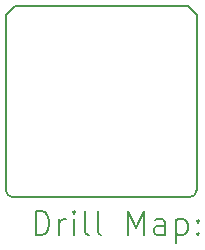
<source format=gbr>
%TF.GenerationSoftware,KiCad,Pcbnew,8.0.6*%
%TF.CreationDate,2024-11-06T22:11:39-05:00*%
%TF.ProjectId,CPLD Replacement,43504c44-2052-4657-906c-6163656d656e,rev?*%
%TF.SameCoordinates,Original*%
%TF.FileFunction,Drillmap*%
%TF.FilePolarity,Positive*%
%FSLAX45Y45*%
G04 Gerber Fmt 4.5, Leading zero omitted, Abs format (unit mm)*
G04 Created by KiCad (PCBNEW 8.0.6) date 2024-11-06 22:11:39*
%MOMM*%
%LPD*%
G01*
G04 APERTURE LIST*
%ADD10C,0.150000*%
%ADD11C,0.200000*%
G04 APERTURE END LIST*
D10*
X13842454Y-10301000D02*
X13842454Y-8821000D01*
X13917986Y-8745465D02*
X13842452Y-8821000D01*
X13918000Y-8745449D02*
X15383000Y-8745449D01*
X15383009Y-8745445D02*
X15457564Y-8820000D01*
X15397000Y-10361542D02*
X13902000Y-10361542D01*
X15457550Y-8820000D02*
X15457550Y-10301000D01*
X13902465Y-10361524D02*
G75*
G02*
X13842457Y-10301516I0J60008D01*
G01*
X15457558Y-10301435D02*
G75*
G02*
X15397549Y-10361443I-60009J1D01*
G01*
D11*
X14095728Y-10680526D02*
X14095728Y-10480526D01*
X14095728Y-10480526D02*
X14143347Y-10480526D01*
X14143347Y-10480526D02*
X14171919Y-10490050D01*
X14171919Y-10490050D02*
X14190966Y-10509098D01*
X14190966Y-10509098D02*
X14200490Y-10528145D01*
X14200490Y-10528145D02*
X14210014Y-10566240D01*
X14210014Y-10566240D02*
X14210014Y-10594812D01*
X14210014Y-10594812D02*
X14200490Y-10632907D01*
X14200490Y-10632907D02*
X14190966Y-10651955D01*
X14190966Y-10651955D02*
X14171919Y-10671002D01*
X14171919Y-10671002D02*
X14143347Y-10680526D01*
X14143347Y-10680526D02*
X14095728Y-10680526D01*
X14295728Y-10680526D02*
X14295728Y-10547193D01*
X14295728Y-10585288D02*
X14305252Y-10566240D01*
X14305252Y-10566240D02*
X14314776Y-10556717D01*
X14314776Y-10556717D02*
X14333824Y-10547193D01*
X14333824Y-10547193D02*
X14352871Y-10547193D01*
X14419538Y-10680526D02*
X14419538Y-10547193D01*
X14419538Y-10480526D02*
X14410014Y-10490050D01*
X14410014Y-10490050D02*
X14419538Y-10499574D01*
X14419538Y-10499574D02*
X14429062Y-10490050D01*
X14429062Y-10490050D02*
X14419538Y-10480526D01*
X14419538Y-10480526D02*
X14419538Y-10499574D01*
X14543347Y-10680526D02*
X14524300Y-10671002D01*
X14524300Y-10671002D02*
X14514776Y-10651955D01*
X14514776Y-10651955D02*
X14514776Y-10480526D01*
X14648109Y-10680526D02*
X14629062Y-10671002D01*
X14629062Y-10671002D02*
X14619538Y-10651955D01*
X14619538Y-10651955D02*
X14619538Y-10480526D01*
X14876681Y-10680526D02*
X14876681Y-10480526D01*
X14876681Y-10480526D02*
X14943347Y-10623383D01*
X14943347Y-10623383D02*
X15010014Y-10480526D01*
X15010014Y-10480526D02*
X15010014Y-10680526D01*
X15190966Y-10680526D02*
X15190966Y-10575764D01*
X15190966Y-10575764D02*
X15181443Y-10556717D01*
X15181443Y-10556717D02*
X15162395Y-10547193D01*
X15162395Y-10547193D02*
X15124300Y-10547193D01*
X15124300Y-10547193D02*
X15105252Y-10556717D01*
X15190966Y-10671002D02*
X15171919Y-10680526D01*
X15171919Y-10680526D02*
X15124300Y-10680526D01*
X15124300Y-10680526D02*
X15105252Y-10671002D01*
X15105252Y-10671002D02*
X15095728Y-10651955D01*
X15095728Y-10651955D02*
X15095728Y-10632907D01*
X15095728Y-10632907D02*
X15105252Y-10613859D01*
X15105252Y-10613859D02*
X15124300Y-10604336D01*
X15124300Y-10604336D02*
X15171919Y-10604336D01*
X15171919Y-10604336D02*
X15190966Y-10594812D01*
X15286205Y-10547193D02*
X15286205Y-10747193D01*
X15286205Y-10556717D02*
X15305252Y-10547193D01*
X15305252Y-10547193D02*
X15343347Y-10547193D01*
X15343347Y-10547193D02*
X15362395Y-10556717D01*
X15362395Y-10556717D02*
X15371919Y-10566240D01*
X15371919Y-10566240D02*
X15381443Y-10585288D01*
X15381443Y-10585288D02*
X15381443Y-10642431D01*
X15381443Y-10642431D02*
X15371919Y-10661478D01*
X15371919Y-10661478D02*
X15362395Y-10671002D01*
X15362395Y-10671002D02*
X15343347Y-10680526D01*
X15343347Y-10680526D02*
X15305252Y-10680526D01*
X15305252Y-10680526D02*
X15286205Y-10671002D01*
X15467157Y-10661478D02*
X15476681Y-10671002D01*
X15476681Y-10671002D02*
X15467157Y-10680526D01*
X15467157Y-10680526D02*
X15457633Y-10671002D01*
X15457633Y-10671002D02*
X15467157Y-10661478D01*
X15467157Y-10661478D02*
X15467157Y-10680526D01*
X15467157Y-10556717D02*
X15476681Y-10566240D01*
X15476681Y-10566240D02*
X15467157Y-10575764D01*
X15467157Y-10575764D02*
X15457633Y-10566240D01*
X15457633Y-10566240D02*
X15467157Y-10556717D01*
X15467157Y-10556717D02*
X15467157Y-10575764D01*
M02*

</source>
